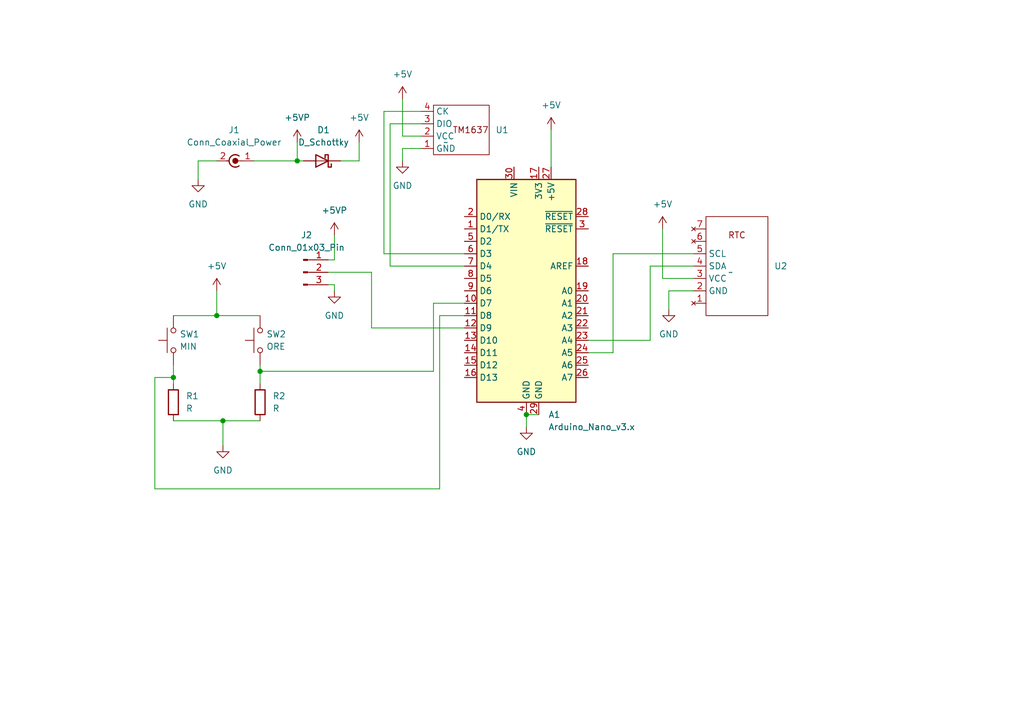
<source format=kicad_sch>
(kicad_sch (version 20230121) (generator eeschema)
  (paper "A5")
  (lib_symbols
    (symbol "Connector:Conn_01x03_Pin" (pin_names (offset 1.016) hide)
      (property "Reference" "J" (at 0 5.08 0))
      (property "Value" "Conn_01x03_Pin" (at 0 -5.08 0))
      (symbol "Conn_01x03_Pin_1_1"
        (polyline (pts (xy 1.27 -2.54) (xy 0.8636 -2.54)) (stroke (width 0.1524)))
        (polyline (pts (xy 1.27 0) (xy 0.8636 0)) (stroke (width 0.1524)))
        (polyline (pts (xy 1.27 2.54) (xy 0.8636 2.54)) (stroke (width 0.1524)))
        (rectangle (start 0.8636 -2.413) (end 0 -2.667) (stroke (width 0.1524)) (fill (type outline)))
        (rectangle (start 0.8636 0.127) (end 0 -0.127) (stroke (width 0.1524)) (fill (type outline)))
        (rectangle (start 0.8636 2.667) (end 0 2.413) (stroke (width 0.1524)) (fill (type outline)))
        (pin passive line (at 5.08 2.54 180) (length 3.81) (name "Pin_1") (number "1"))
        (pin passive line (at 5.08 0 180) (length 3.81) (name "Pin_2") (number "2"))
        (pin passive line (at 5.08 -2.54 180) (length 3.81) (name "Pin_3") (number "3"))
      )
    )
    (symbol "Connector:Conn_Coaxial_Power" (pin_names (offset 1.016) hide)
      (property "Reference" "J" (at -5.08 -1.27 90))
      (property "Value" "Conn_Coaxial_Power" (at -3.175 -1.27 90))
      (symbol "Conn_Coaxial_Power_0_1"
        (arc (start -1.27 -1.27) (mid 0 -2.5345) (end 1.27 -1.27) (stroke (width 0.254)))
        (arc (start -1.016 -0.508) (mid -1.2048 -0.8684) (end -1.27 -1.27) (stroke (width 0.254)))
        (circle (center 0 -1.27) (radius 0.508) (stroke (width 0.2032)) (fill (type outline)))
        (polyline (pts (xy 0 -2.54) (xy 0 -3.048)))
        (polyline (pts (xy 0 0) (xy 0 -1.27)))
        (arc (start 1.27 -1.27) (mid 1.2048 -0.8684) (end 1.016 -0.508) (stroke (width 0.254)))
      )
      (symbol "Conn_Coaxial_Power_1_1"
        (pin passive line (at 0 2.54 270) (length 2.54) (name "In") (number "1"))
        (pin passive line (at 0 -5.08 90) (length 2.54) (name "Ext") (number "2"))
      )
    )
    (symbol "Device:D_Schottky" (pin_numbers hide) (pin_names (offset 1.016) hide)
      (property "Reference" "D" (at 0 2.54 0))
      (property "Value" "D_Schottky" (at 0 -2.54 0))
      (symbol "D_Schottky_0_1"
        (polyline (pts (xy 1.27 0) (xy -1.27 0)))
        (polyline (pts (xy 1.27 1.27) (xy 1.27 -1.27) (xy -1.27 0) (xy 1.27 1.27)) (stroke (width 0.254)))
        (polyline (pts (xy -1.905 0.635) (xy -1.905 1.27) (xy -1.27 1.27) (xy -1.27 -1.27) (xy -0.635 -1.27) (xy -0.635 -0.635)) (stroke (width 0.254)))
      )
      (symbol "D_Schottky_1_1"
        (pin passive line (at -3.81 0 0) (length 2.54) (name "K") (number "1"))
        (pin passive line (at 3.81 0 180) (length 2.54) (name "A") (number "2"))
      )
    )
    (symbol "Device:R" (pin_numbers hide) (pin_names (offset 0))
      (property "Reference" "R" (at 2.032 0 90))
      (property "Value" "R" (at 0 0 90))
      (symbol "R_0_1"
        (rectangle (start -1.016 -2.54) (end 1.016 2.54) (stroke (width 0.254)))
      )
      (symbol "R_1_1"
        (pin passive line (at 0 3.81 270) (length 1.27) (name "~") (number "1"))
        (pin passive line (at 0 -3.81 90) (length 1.27) (name "~") (number "2"))
      )
    )
    (symbol "MCU_Module:Arduino_Nano_v3.x"
      (property "Reference" "A" (at -10.16 23.495 0))
      (property "Value" "Arduino_Nano_v3.x" (at 5.08 -24.13 0))
      (symbol "Arduino_Nano_v3.x_0_1"
        (rectangle (start -10.16 22.86) (end 10.16 -22.86) (stroke (width 0.254)) (fill (type background)))
      )
      (symbol "Arduino_Nano_v3.x_1_1"
        (pin bidirectional line (at -12.7 12.7 0) (length 2.54) (name "D1/TX") (number "1"))
        (pin bidirectional line (at -12.7 -2.54 0) (length 2.54) (name "D7") (number "10"))
        (pin bidirectional line (at -12.7 -5.08 0) (length 2.54) (name "D8") (number "11"))
        (pin bidirectional line (at -12.7 -7.62 0) (length 2.54) (name "D9") (number "12"))
        (pin bidirectional line (at -12.7 -10.16 0) (length 2.54) (name "D10") (number "13"))
        (pin bidirectional line (at -12.7 -12.7 0) (length 2.54) (name "D11") (number "14"))
        (pin bidirectional line (at -12.7 -15.24 0) (length 2.54) (name "D12") (number "15"))
        (pin bidirectional line (at -12.7 -17.78 0) (length 2.54) (name "D13") (number "16"))
        (pin power_out line (at 2.54 25.4 270) (length 2.54) (name "3V3") (number "17"))
        (pin input line (at 12.7 5.08 180) (length 2.54) (name "AREF") (number "18"))
        (pin bidirectional line (at 12.7 0 180) (length 2.54) (name "A0") (number "19"))
        (pin bidirectional line (at -12.7 15.24 0) (length 2.54) (name "D0/RX") (number "2"))
        (pin bidirectional line (at 12.7 -2.54 180) (length 2.54) (name "A1") (number "20"))
        (pin bidirectional line (at 12.7 -5.08 180) (length 2.54) (name "A2") (number "21"))
        (pin bidirectional line (at 12.7 -7.62 180) (length 2.54) (name "A3") (number "22"))
        (pin bidirectional line (at 12.7 -10.16 180) (length 2.54) (name "A4") (number "23"))
        (pin bidirectional line (at 12.7 -12.7 180) (length 2.54) (name "A5") (number "24"))
        (pin bidirectional line (at 12.7 -15.24 180) (length 2.54) (name "A6") (number "25"))
        (pin bidirectional line (at 12.7 -17.78 180) (length 2.54) (name "A7") (number "26"))
        (pin power_out line (at 5.08 25.4 270) (length 2.54) (name "+5V") (number "27"))
        (pin input line (at 12.7 15.24 180) (length 2.54) (name "~{RESET}") (number "28"))
        (pin power_in line (at 2.54 -25.4 90) (length 2.54) (name "GND") (number "29"))
        (pin input line (at 12.7 12.7 180) (length 2.54) (name "~{RESET}") (number "3"))
        (pin power_in line (at -2.54 25.4 270) (length 2.54) (name "VIN") (number "30"))
        (pin power_in line (at 0 -25.4 90) (length 2.54) (name "GND") (number "4"))
        (pin bidirectional line (at -12.7 10.16 0) (length 2.54) (name "D2") (number "5"))
        (pin bidirectional line (at -12.7 7.62 0) (length 2.54) (name "D3") (number "6"))
        (pin bidirectional line (at -12.7 5.08 0) (length 2.54) (name "D4") (number "7"))
        (pin bidirectional line (at -12.7 2.54 0) (length 2.54) (name "D5") (number "8"))
        (pin bidirectional line (at -12.7 0 0) (length 2.54) (name "D6") (number "9"))
      )
    )
    (symbol "Switch:SW_Push" (pin_numbers hide) (pin_names (offset 1.016) hide)
      (property "Reference" "SW" (at 1.27 2.54 0))
      (property "Value" "SW_Push" (at 0 -1.524 0))
      (symbol "SW_Push_0_1"
        (circle (center -2.032 0) (radius 0.508))
        (polyline (pts (xy 0 1.27) (xy 0 3.048)))
        (polyline (pts (xy 2.54 1.27) (xy -2.54 1.27)))
        (circle (center 2.032 0) (radius 0.508))
        (pin passive line (at -5.08 0 0) (length 2.54) (name "1") (number "1"))
        (pin passive line (at 5.08 0 180) (length 2.54) (name "2") (number "2"))
      )
    )
    (symbol "libreria:RTC"
      (property "Reference" "U" (at 0 0 0))
      (symbol "RTC_0_1"
        (rectangle (start -5.08 11.43) (end 7.62 -8.89))
      )
      (symbol "RTC_1_1"
        (text "RTC" (at 1.27 7.62 0) (effects (font (size 1.27 1.27))))
        (pin no_connect line (at -7.62 -6.35 0) (length 2.54) (name "") (number "1"))
        (pin input line (at -7.62 -3.81 0) (length 2.54) (name "GND") (number "2"))
        (pin input line (at -7.62 -1.27 0) (length 2.54) (name "VCC") (number "3"))
        (pin input line (at -7.62 1.27 0) (length 2.54) (name "SDA") (number "4"))
        (pin input line (at -7.62 3.81 0) (length 2.54) (name "SCL") (number "5"))
        (pin no_connect line (at -7.62 6.35 0) (length 2.54) (name "") (number "6"))
        (pin no_connect line (at -7.62 8.89 0) (length 2.54) (name "") (number "7"))
      )
    )
    (symbol "libreria:TM1637"
      (property "Reference" "U" (at 3.81 2.54 0))
      (symbol "TM1637_0_1"
        (rectangle (start -5.08 5.08) (end 6.35 -5.08))
      )
      (symbol "TM1637_1_1"
        (text "TM1637" (at 2.54 0 0) (effects (font (size 1.27 1.27))))
        (pin input line (at -7.62 -3.81 0) (length 2.54) (name "GND") (number "1"))
        (pin input line (at -7.62 -1.27 0) (length 2.54) (name "VCC") (number "2"))
        (pin input line (at -7.62 1.27 0) (length 2.54) (name "DIO") (number "3"))
        (pin input line (at -7.62 3.81 0) (length 2.54) (name "CK") (number "4"))
      )
    )
    (symbol "power:+5V" (power) (pin_names (offset 0))
      (property "Value" "+5V" (at 0 3.556 0))
      (symbol "+5V_0_1"
        (polyline (pts (xy -0.762 1.27) (xy 0 2.54)))
        (polyline (pts (xy 0 0) (xy 0 2.54)))
        (polyline (pts (xy 0 2.54) (xy 0.762 1.27)))
      )
      (symbol "+5V_1_1"
        (pin power_in line (at 0 0 90) (length 0) hide (name "+5V") (number "1"))
      )
    )
    (symbol "power:+5VP" (power) (pin_names (offset 0))
      (property "Value" "+5VP" (at 0 3.556 0))
      (symbol "+5VP_0_1"
        (polyline (pts (xy -0.762 1.27) (xy 0 2.54)))
        (polyline (pts (xy 0 0) (xy 0 2.54)))
        (polyline (pts (xy 0 2.54) (xy 0.762 1.27)))
      )
      (symbol "+5VP_1_1"
        (pin power_in line (at 0 0 90) (length 0) hide (name "+5VP") (number "1"))
      )
    )
    (symbol "power:GND" (power) (pin_names (offset 0))
      (property "Value" "GND" (at 0 -3.81 0))
      (symbol "GND_0_1"
        (polyline (pts (xy 0 0) (xy 0 -1.27) (xy 1.27 -1.27) (xy 0 -2.54) (xy -1.27 -1.27) (xy 0 -1.27)))
      )
      (symbol "GND_1_1"
        (pin power_in line (at 0 0 270) (length 0) hide (name "GND") (number "1"))
      )
    )
  )
  (junction (at 60.96 33.02))
  (junction (at 44.45 64.77))
  (junction (at 53.34 76.2))
  (junction (at 35.56 77.47))
  (junction (at 107.95 85.09))
  (junction (at 45.72 86.36))
  (wire (pts (xy 69.85 33.02) (xy 73.66 33.02)))
  (wire (pts (xy 120.65 72.39) (xy 125.73 72.39)))
  (wire (pts (xy 88.9 62.23) (xy 88.9 76.2)))
  (wire (pts (xy 78.74 52.07) (xy 78.74 22.86)))
  (wire (pts (xy 44.45 64.77) (xy 35.56 64.77)))
  (wire (pts (xy 68.58 53.34) (xy 67.31 53.34)))
  (wire (pts (xy 82.55 27.94) (xy 86.36 27.94)))
  (wire (pts (xy 60.96 29.21) (xy 60.96 33.02)))
  (wire (pts (xy 53.34 74.93) (xy 53.34 76.2)))
  (wire (pts (xy 78.74 22.86) (xy 86.36 22.86)))
  (wire (pts (xy 95.25 52.07) (xy 78.74 52.07)))
  (wire (pts (xy 52.07 33.02) (xy 60.96 33.02)))
  (wire (pts (xy 44.45 59.69) (xy 44.45 64.77)))
  (wire (pts (xy 68.58 58.42) (xy 67.31 58.42)))
  (wire (pts (xy 31.75 100.33) (xy 31.75 77.47)))
  (wire (pts (xy 44.45 64.77) (xy 53.34 64.77)))
  (wire (pts (xy 35.56 77.47) (xy 35.56 78.74)))
  (wire (pts (xy 137.16 59.69) (xy 137.16 63.5)))
  (wire (pts (xy 68.58 48.26) (xy 68.58 53.34)))
  (wire (pts (xy 40.64 36.83) (xy 40.64 33.02)))
  (wire (pts (xy 125.73 52.07) (xy 142.24 52.07)))
  (wire (pts (xy 80.01 25.4) (xy 80.01 54.61)))
  (wire (pts (xy 82.55 27.94) (xy 82.55 20.32)))
  (wire (pts (xy 107.95 85.09) (xy 107.95 87.63)))
  (wire (pts (xy 76.2 67.31) (xy 95.25 67.31)))
  (wire (pts (xy 133.35 54.61) (xy 142.24 54.61)))
  (wire (pts (xy 120.65 69.85) (xy 133.35 69.85)))
  (wire (pts (xy 90.17 64.77) (xy 90.17 100.33)))
  (wire (pts (xy 67.31 55.88) (xy 76.2 55.88)))
  (wire (pts (xy 125.73 72.39) (xy 125.73 52.07)))
  (wire (pts (xy 31.75 77.47) (xy 35.56 77.47)))
  (wire (pts (xy 107.95 85.09) (xy 110.49 85.09)))
  (wire (pts (xy 135.89 46.99) (xy 135.89 57.15)))
  (wire (pts (xy 62.23 33.02) (xy 60.96 33.02)))
  (wire (pts (xy 31.75 100.33) (xy 90.17 100.33)))
  (wire (pts (xy 135.89 57.15) (xy 142.24 57.15)))
  (wire (pts (xy 68.58 58.42) (xy 68.58 59.69)))
  (wire (pts (xy 133.35 69.85) (xy 133.35 54.61)))
  (wire (pts (xy 73.66 33.02) (xy 73.66 29.21)))
  (wire (pts (xy 113.03 26.67) (xy 113.03 34.29)))
  (wire (pts (xy 45.72 86.36) (xy 53.34 86.36)))
  (wire (pts (xy 35.56 74.93) (xy 35.56 77.47)))
  (wire (pts (xy 142.24 59.69) (xy 137.16 59.69)))
  (wire (pts (xy 80.01 54.61) (xy 95.25 54.61)))
  (wire (pts (xy 80.01 25.4) (xy 86.36 25.4)))
  (wire (pts (xy 82.55 30.48) (xy 82.55 33.02)))
  (wire (pts (xy 53.34 76.2) (xy 53.34 78.74)))
  (wire (pts (xy 95.25 62.23) (xy 88.9 62.23)))
  (wire (pts (xy 53.34 76.2) (xy 88.9 76.2)))
  (wire (pts (xy 76.2 55.88) (xy 76.2 67.31)))
  (wire (pts (xy 86.36 30.48) (xy 82.55 30.48)))
  (wire (pts (xy 45.72 86.36) (xy 45.72 91.44)))
  (wire (pts (xy 40.64 33.02) (xy 44.45 33.02)))
  (wire (pts (xy 95.25 64.77) (xy 90.17 64.77)))
  (wire (pts (xy 35.56 86.36) (xy 45.72 86.36)))
  (symbol (lib_id "Connector:Conn_Coaxial_Power") (at 49.53 33.02 270) (unit 1)
    (property "Reference" "J1" (at 48.006 26.67 90))
    (property "Value" "Conn_Coaxial_Power" (at 48.006 29.21 90))
    (property "Footprint" "Connector_BarrelJack:BarrelJack_Horizontal" (effects hide))
  )
  (symbol (lib_id "Device:R") (at 53.34 82.55 0) (unit 1)
    (property "Reference" "R2" (at 55.88 81.28 0) (effects (justify left)))
    (property "Value" "R" (at 55.88 83.82 0) (effects (justify left)))
    (property "Footprint" "Resistor_THT:R_Axial_DIN0207_L6.3mm_D2.5mm_P10.16mm_Horizontal" (effects hide))
  )
  (symbol (lib_id "power:+5VP") (at 60.96 29.21 0) (unit 1)
    (property "Reference" "#PWR02" (effects hide))
    (property "Value" "+5VP" (at 60.96 24.13 0))
  )
  (symbol (lib_id "power:GND") (at 45.72 91.44 0) (unit 1)
    (property "Reference" "#PWR013" (effects hide))
    (property "Value" "GND" (at 45.72 96.52 0))
  )
  (symbol (lib_id "power:GND") (at 68.58 59.69 0) (unit 1)
    (property "Reference" "#PWR03" (effects hide))
    (property "Value" "GND" (at 68.58 64.77 0))
  )
  (symbol (lib_id "power:GND") (at 82.55 33.02 0) (unit 1)
    (property "Reference" "#PWR011" (effects hide))
    (property "Value" "GND" (at 82.55 38.1 0))
  )
  (symbol (lib_id "Device:R") (at 35.56 82.55 0) (unit 1)
    (property "Reference" "R1" (at 38.1 81.28 0) (effects (justify left)))
    (property "Value" "R" (at 38.1 83.82 0) (effects (justify left)))
    (property "Footprint" "Resistor_THT:R_Axial_DIN0207_L6.3mm_D2.5mm_P10.16mm_Horizontal" (effects hide))
  )
  (symbol (lib_id "Switch:SW_Push") (at 35.56 69.85 90) (unit 1)
    (property "Reference" "SW1" (at 36.83 68.58 90) (effects (justify right)))
    (property "Value" "MIN" (at 36.83 71.12 90) (effects (justify right)))
    (property "Footprint" "Button_Switch_THT:SW_PUSH_6mm" (effects hide))
  )
  (symbol (lib_id "libreria:TM1637") (at 93.98 26.67 0) (unit 1)
    (property "Reference" "U1" (at 101.6 26.67 0) (effects (justify left)))
    (property "Value" "~" (at 91.44 29.21 0))
    (property "Footprint" "footprint:TM1637" (effects hide))
  )
  (symbol (lib_id "MCU_Module:Arduino_Nano_v3.x") (at 107.95 59.69 0) (unit 1)
    (property "Reference" "A1" (at 112.4459 85.09 0) (effects (justify left)))
    (property "Value" "Arduino_Nano_v3.x" (at 112.4459 87.63 0) (effects (justify left)))
    (property "Footprint" "Module:Arduino_Nano" (effects hide))
    (property "Datasheet" "http://www.mouser.com/pdfdocs/Gravitech_Arduino_Nano3_0.pdf" (effects hide))
  )
  (symbol (lib_id "Device:D_Schottky") (at 66.04 33.02 180) (unit 1)
    (property "Reference" "D1" (at 66.3575 26.67 0))
    (property "Value" "D_Schottky" (at 66.3575 29.21 0))
    (property "Footprint" "Resistor_THT:R_Axial_DIN0207_L6.3mm_D2.5mm_P10.16mm_Horizontal" (effects hide))
  )
  (symbol (lib_id "power:GND") (at 107.95 87.63 0) (unit 1)
    (property "Reference" "#PWR06" (effects hide))
    (property "Value" "GND" (at 107.95 92.71 0))
  )
  (symbol (lib_id "power:GND") (at 40.64 36.83 0) (unit 1)
    (property "Reference" "#PWR01" (effects hide))
    (property "Value" "GND" (at 40.64 41.91 0))
  )
  (symbol (lib_id "power:+5VP") (at 68.58 48.26 0) (unit 1)
    (property "Reference" "#PWR04" (effects hide))
    (property "Value" "+5VP" (at 68.58 43.18 0))
  )
  (symbol (lib_id "power:GND") (at 137.16 63.5 0) (unit 1)
    (property "Reference" "#PWR010" (effects hide))
    (property "Value" "GND" (at 137.16 68.58 0))
  )
  (symbol (lib_id "Connector:Conn_01x03_Pin") (at 62.23 55.88 0) (unit 1)
    (property "Reference" "J2" (at 62.865 48.26 0))
    (property "Value" "Conn_01x03_Pin" (at 62.865 50.8 0))
    (property "Footprint" "Connector_PinHeader_2.54mm:PinHeader_1x03_P2.54mm_Vertical" (effects hide))
  )
  (symbol (lib_id "power:+5V") (at 73.66 29.21 0) (unit 1)
    (property "Reference" "#PWR05" (effects hide))
    (property "Value" "+5V" (at 73.66 24.13 0))
  )
  (symbol (lib_id "power:+5V") (at 113.03 26.67 0) (unit 1)
    (property "Reference" "#PWR07" (effects hide))
    (property "Value" "+5V" (at 113.03 21.59 0))
  )
  (symbol (lib_id "libreria:RTC") (at 149.86 55.88 0) (unit 1)
    (property "Reference" "U2" (at 158.75 54.61 0) (effects (justify left)))
    (property "Value" "~" (at 149.86 55.88 0))
    (property "Footprint" "footprint:RTC" (effects hide))
  )
  (symbol (lib_id "Switch:SW_Push") (at 53.34 69.85 90) (unit 1)
    (property "Reference" "SW2" (at 54.61 68.58 90) (effects (justify right)))
    (property "Value" "ORE" (at 54.61 71.12 90) (effects (justify right)))
    (property "Footprint" "Button_Switch_THT:SW_PUSH_6mm" (effects hide))
  )
  (symbol (lib_id "power:+5V") (at 82.55 20.32 0) (unit 1)
    (property "Reference" "#PWR09" (effects hide))
    (property "Value" "+5V" (at 82.55 15.24 0))
  )
  (symbol (lib_id "power:+5V") (at 135.89 46.99 0) (unit 1)
    (property "Reference" "#PWR08" (effects hide))
    (property "Value" "+5V" (at 135.89 41.91 0))
  )
  (symbol (lib_id "power:+5V") (at 44.45 59.69 0) (unit 1)
    (property "Reference" "#PWR012" (effects hide))
    (property "Value" "+5V" (at 44.45 54.61 0))
  )
)
</source>
